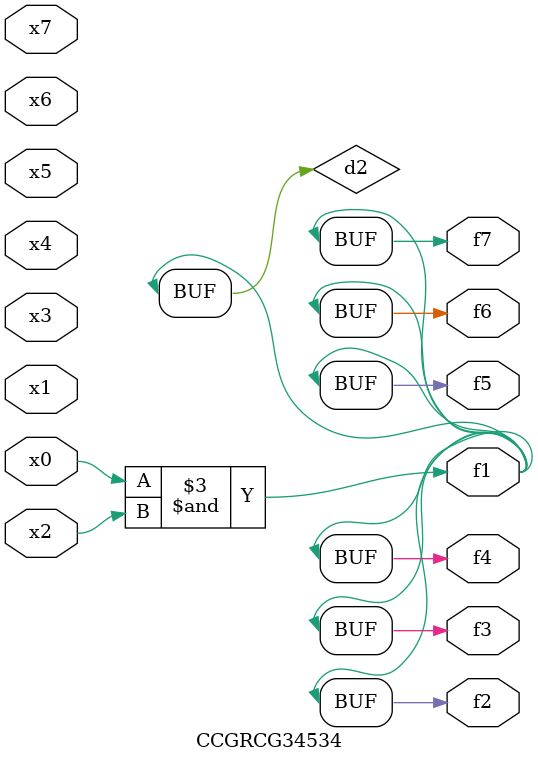
<source format=v>
module CCGRCG34534(
	input x0, x1, x2, x3, x4, x5, x6, x7,
	output f1, f2, f3, f4, f5, f6, f7
);

	wire d1, d2;

	nor (d1, x3, x6);
	and (d2, x0, x2);
	assign f1 = d2;
	assign f2 = d2;
	assign f3 = d2;
	assign f4 = d2;
	assign f5 = d2;
	assign f6 = d2;
	assign f7 = d2;
endmodule

</source>
